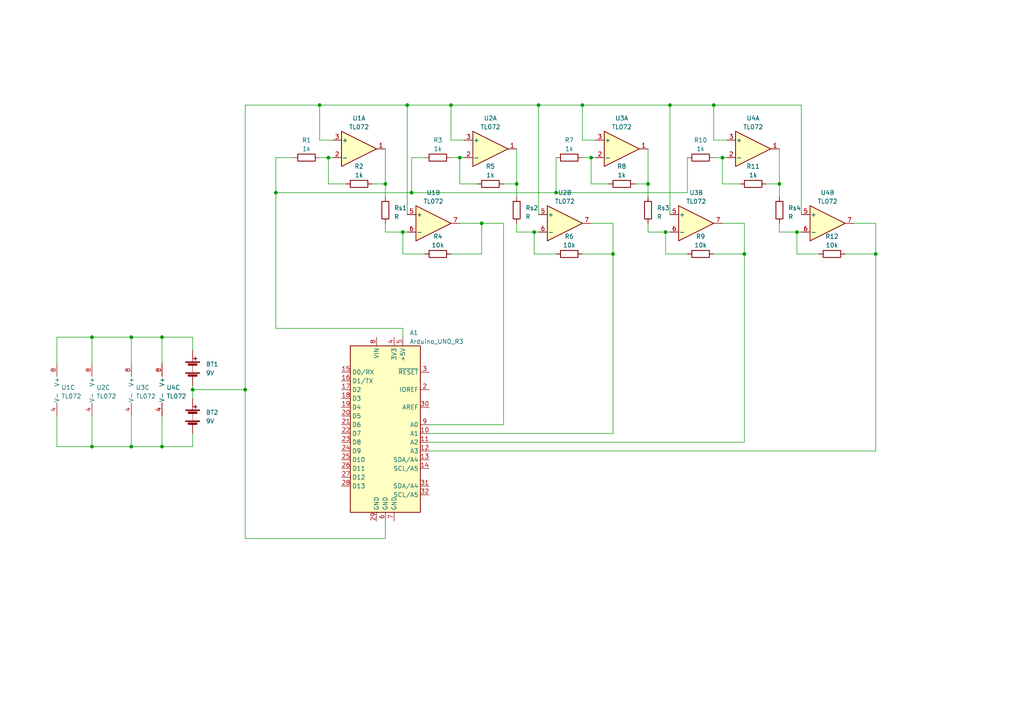
<source format=kicad_sch>
(kicad_sch (version 20230121) (generator eeschema)
  (paper "A4")
  (lib_symbols
    (symbol "Amplifier_Operational:TL072" (pin_names (offset 0.127))
      (property "Reference" "U" (at 0 5.08 0))
      (property "Value" "TL072" (at 0 -5.08 0))
      (symbol "TL072_1_1"
        (polyline (pts (xy -5.08 5.08) (xy 5.08 0) (xy -5.08 -5.08) (xy -5.08 5.08)) (stroke (width 0.254)) (fill (type background)))
        (pin output line (at 7.62 0 180) (length 2.54) (name "~") (number "1"))
        (pin input line (at -7.62 -2.54 0) (length 2.54) (name "-") (number "2"))
        (pin input line (at -7.62 2.54 0) (length 2.54) (name "+") (number "3"))
      )
      (symbol "TL072_2_1"
        (polyline (pts (xy -5.08 5.08) (xy 5.08 0) (xy -5.08 -5.08) (xy -5.08 5.08)) (stroke (width 0.254)) (fill (type background)))
        (pin input line (at -7.62 2.54 0) (length 2.54) (name "+") (number "5"))
        (pin input line (at -7.62 -2.54 0) (length 2.54) (name "-") (number "6"))
        (pin output line (at 7.62 0 180) (length 2.54) (name "~") (number "7"))
      )
      (symbol "TL072_3_1"
        (pin power_in line (at -2.54 -7.62 90) (length 3.81) (name "V-") (number "4"))
        (pin power_in line (at -2.54 7.62 270) (length 3.81) (name "V+") (number "8"))
      )
    )
    (symbol "Device:Battery" (pin_numbers hide) (pin_names (offset 0) hide)
      (property "Reference" "BT" (at 2.54 2.54 0))
      (property "Value" "Battery" (at 2.54 0 0))
      (symbol "Battery_0_1"
        (rectangle (start -2.032 -1.397) (end 2.032 -1.651) (fill (type outline)))
        (rectangle (start -2.032 1.778) (end 2.032 1.524) (fill (type outline)))
        (rectangle (start -1.3208 -1.9812) (end 1.27 -2.4892) (fill (type outline)))
        (rectangle (start -1.3208 1.1938) (end 1.27 0.6858) (fill (type outline)))
        (polyline (pts (xy 0 -1.524) (xy 0 -1.27)))
        (polyline (pts (xy 0 -1.016) (xy 0 -0.762)))
        (polyline (pts (xy 0 -0.508) (xy 0 -0.254)))
        (polyline (pts (xy 0 0) (xy 0 0.254)))
        (polyline (pts (xy 0 0.508) (xy 0 0.762)))
        (polyline (pts (xy 0 1.778) (xy 0 2.54)))
        (polyline (pts (xy 0.254 2.667) (xy 1.27 2.667)) (stroke (width 0.254)))
        (polyline (pts (xy 0.762 3.175) (xy 0.762 2.159)) (stroke (width 0.254)))
      )
      (symbol "Battery_1_1"
        (pin passive line (at 0 5.08 270) (length 2.54) (name "+") (number "1"))
        (pin passive line (at 0 -5.08 90) (length 2.54) (name "-") (number "2"))
      )
    )
    (symbol "Device:R" (pin_numbers hide) (pin_names (offset 0))
      (property "Reference" "R" (at 2.032 0 90))
      (property "Value" "R" (at 0 0 90))
      (symbol "R_0_1"
        (rectangle (start -1.016 -2.54) (end 1.016 2.54) (stroke (width 0.254)))
      )
      (symbol "R_1_1"
        (pin passive line (at 0 3.81 270) (length 1.27) (name "~") (number "1"))
        (pin passive line (at 0 -3.81 90) (length 1.27) (name "~") (number "2"))
      )
    )
    (symbol "MCU_Module:Arduino_UNO_R3"
      (property "Reference" "A" (at -10.16 23.495 0))
      (property "Value" "Arduino_UNO_R3" (at 5.08 -26.67 0))
      (symbol "Arduino_UNO_R3_0_1"
        (rectangle (start -10.16 22.86) (end 10.16 -25.4) (stroke (width 0.254)) (fill (type background)))
      )
      (symbol "Arduino_UNO_R3_1_1"
        (pin no_connect line (at -10.16 -20.32 0) (length 2.54) hide (name "NC") (number "1"))
        (pin bidirectional line (at 12.7 -2.54 180) (length 2.54) (name "A1") (number "10"))
        (pin bidirectional line (at 12.7 -5.08 180) (length 2.54) (name "A2") (number "11"))
        (pin bidirectional line (at 12.7 -7.62 180) (length 2.54) (name "A3") (number "12"))
        (pin bidirectional line (at 12.7 -10.16 180) (length 2.54) (name "SDA/A4") (number "13"))
        (pin bidirectional line (at 12.7 -12.7 180) (length 2.54) (name "SCL/A5") (number "14"))
        (pin bidirectional line (at -12.7 15.24 0) (length 2.54) (name "D0/RX") (number "15"))
        (pin bidirectional line (at -12.7 12.7 0) (length 2.54) (name "D1/TX") (number "16"))
        (pin bidirectional line (at -12.7 10.16 0) (length 2.54) (name "D2") (number "17"))
        (pin bidirectional line (at -12.7 7.62 0) (length 2.54) (name "D3") (number "18"))
        (pin bidirectional line (at -12.7 5.08 0) (length 2.54) (name "D4") (number "19"))
        (pin output line (at 12.7 10.16 180) (length 2.54) (name "IOREF") (number "2"))
        (pin bidirectional line (at -12.7 2.54 0) (length 2.54) (name "D5") (number "20"))
        (pin bidirectional line (at -12.7 0 0) (length 2.54) (name "D6") (number "21"))
        (pin bidirectional line (at -12.7 -2.54 0) (length 2.54) (name "D7") (number "22"))
        (pin bidirectional line (at -12.7 -5.08 0) (length 2.54) (name "D8") (number "23"))
        (pin bidirectional line (at -12.7 -7.62 0) (length 2.54) (name "D9") (number "24"))
        (pin bidirectional line (at -12.7 -10.16 0) (length 2.54) (name "D10") (number "25"))
        (pin bidirectional line (at -12.7 -12.7 0) (length 2.54) (name "D11") (number "26"))
        (pin bidirectional line (at -12.7 -15.24 0) (length 2.54) (name "D12") (number "27"))
        (pin bidirectional line (at -12.7 -17.78 0) (length 2.54) (name "D13") (number "28"))
        (pin power_in line (at -2.54 -27.94 90) (length 2.54) (name "GND") (number "29"))
        (pin input line (at 12.7 15.24 180) (length 2.54) (name "~{RESET}") (number "3"))
        (pin input line (at 12.7 5.08 180) (length 2.54) (name "AREF") (number "30"))
        (pin bidirectional line (at 12.7 -17.78 180) (length 2.54) (name "SDA/A4") (number "31"))
        (pin bidirectional line (at 12.7 -20.32 180) (length 2.54) (name "SCL/A5") (number "32"))
        (pin power_out line (at 2.54 25.4 270) (length 2.54) (name "3V3") (number "4"))
        (pin power_out line (at 5.08 25.4 270) (length 2.54) (name "+5V") (number "5"))
        (pin power_in line (at 0 -27.94 90) (length 2.54) (name "GND") (number "6"))
        (pin power_in line (at 2.54 -27.94 90) (length 2.54) (name "GND") (number "7"))
        (pin power_in line (at -2.54 25.4 270) (length 2.54) (name "VIN") (number "8"))
        (pin bidirectional line (at 12.7 0 180) (length 2.54) (name "A0") (number "9"))
      )
    )
  )
  (junction (at 209.55 45.72))
  (junction (at 95.25 45.72))
  (junction (at 193.04 67.31))
  (junction (at 116.84 67.31))
  (junction (at 26.67 97.79))
  (junction (at 149.86 53.34))
  (junction (at 38.1 129.54))
  (junction (at 215.9 73.66))
  (junction (at 55.88 113.03))
  (junction (at 119.38 55.88))
  (junction (at 139.7 64.77))
  (junction (at 231.14 67.31))
  (junction (at 226.06 53.34))
  (junction (at 177.8 73.66))
  (junction (at 26.67 129.54))
  (junction (at 133.35 45.72))
  (junction (at 156.21 30.48))
  (junction (at 46.99 97.79))
  (junction (at 46.99 129.54))
  (junction (at 118.11 30.48))
  (junction (at 92.71 30.48))
  (junction (at 71.12 113.03))
  (junction (at 254 73.66))
  (junction (at 207.01 30.48))
  (junction (at 80.01 55.88))
  (junction (at 194.31 30.48))
  (junction (at 168.91 30.48))
  (junction (at 130.81 30.48))
  (junction (at 161.29 55.88))
  (junction (at 187.96 53.34))
  (junction (at 111.76 53.34))
  (junction (at 38.1 97.79))
  (junction (at 154.94 67.31))
  (junction (at 171.45 45.72))
  (wire (pts (xy 146.05 64.77) (xy 146.05 123.19)))
  (wire (pts (xy 130.81 30.48) (xy 156.21 30.48)))
  (wire (pts (xy 111.76 43.18) (xy 111.76 53.34)))
  (wire (pts (xy 187.96 53.34) (xy 187.96 57.15)))
  (wire (pts (xy 199.39 45.72) (xy 199.39 55.88)))
  (wire (pts (xy 26.67 97.79) (xy 26.67 105.41)))
  (wire (pts (xy 55.88 125.73) (xy 55.88 129.54)))
  (wire (pts (xy 46.99 97.79) (xy 55.88 97.79)))
  (wire (pts (xy 247.65 64.77) (xy 254 64.77)))
  (wire (pts (xy 161.29 45.72) (xy 161.29 55.88)))
  (wire (pts (xy 124.46 125.73) (xy 177.8 125.73)))
  (wire (pts (xy 80.01 95.25) (xy 116.84 95.25)))
  (wire (pts (xy 146.05 53.34) (xy 149.86 53.34)))
  (wire (pts (xy 149.86 53.34) (xy 149.86 57.15)))
  (wire (pts (xy 209.55 45.72) (xy 209.55 53.34)))
  (wire (pts (xy 71.12 156.21) (xy 111.76 156.21)))
  (wire (pts (xy 111.76 151.13) (xy 111.76 156.21)))
  (wire (pts (xy 156.21 30.48) (xy 168.91 30.48)))
  (wire (pts (xy 46.99 97.79) (xy 46.99 105.41)))
  (wire (pts (xy 38.1 129.54) (xy 46.99 129.54)))
  (wire (pts (xy 171.45 45.72) (xy 172.72 45.72)))
  (wire (pts (xy 133.35 45.72) (xy 134.62 45.72)))
  (wire (pts (xy 100.33 53.34) (xy 95.25 53.34)))
  (wire (pts (xy 133.35 64.77) (xy 139.7 64.77)))
  (wire (pts (xy 222.25 53.34) (xy 226.06 53.34)))
  (wire (pts (xy 116.84 95.25) (xy 116.84 97.79)))
  (wire (pts (xy 138.43 53.34) (xy 133.35 53.34)))
  (wire (pts (xy 149.86 43.18) (xy 149.86 53.34)))
  (wire (pts (xy 16.51 120.65) (xy 16.51 129.54)))
  (wire (pts (xy 92.71 45.72) (xy 95.25 45.72)))
  (wire (pts (xy 46.99 129.54) (xy 55.88 129.54)))
  (wire (pts (xy 207.01 73.66) (xy 215.9 73.66)))
  (wire (pts (xy 123.19 45.72) (xy 119.38 45.72)))
  (wire (pts (xy 245.11 73.66) (xy 254 73.66)))
  (wire (pts (xy 193.04 67.31) (xy 194.31 67.31)))
  (wire (pts (xy 16.51 105.41) (xy 16.51 97.79)))
  (wire (pts (xy 118.11 30.48) (xy 130.81 30.48)))
  (wire (pts (xy 154.94 73.66) (xy 154.94 67.31)))
  (wire (pts (xy 149.86 67.31) (xy 154.94 67.31)))
  (wire (pts (xy 116.84 73.66) (xy 116.84 67.31)))
  (wire (pts (xy 71.12 156.21) (xy 71.12 113.03)))
  (wire (pts (xy 119.38 55.88) (xy 80.01 55.88)))
  (wire (pts (xy 130.81 30.48) (xy 130.81 40.64)))
  (wire (pts (xy 187.96 64.77) (xy 187.96 67.31)))
  (wire (pts (xy 231.14 73.66) (xy 231.14 67.31)))
  (wire (pts (xy 123.19 73.66) (xy 116.84 73.66)))
  (wire (pts (xy 119.38 45.72) (xy 119.38 55.88)))
  (wire (pts (xy 26.67 129.54) (xy 38.1 129.54)))
  (wire (pts (xy 146.05 123.19) (xy 124.46 123.19)))
  (wire (pts (xy 168.91 45.72) (xy 171.45 45.72)))
  (wire (pts (xy 226.06 43.18) (xy 226.06 53.34)))
  (wire (pts (xy 38.1 97.79) (xy 46.99 97.79)))
  (wire (pts (xy 55.88 111.76) (xy 55.88 113.03)))
  (wire (pts (xy 116.84 67.31) (xy 118.11 67.31)))
  (wire (pts (xy 133.35 45.72) (xy 133.35 53.34)))
  (wire (pts (xy 176.53 53.34) (xy 171.45 53.34)))
  (wire (pts (xy 161.29 55.88) (xy 119.38 55.88)))
  (wire (pts (xy 130.81 73.66) (xy 139.7 73.66)))
  (wire (pts (xy 95.25 45.72) (xy 95.25 53.34)))
  (wire (pts (xy 172.72 40.64) (xy 168.91 40.64)))
  (wire (pts (xy 187.96 67.31) (xy 193.04 67.31)))
  (wire (pts (xy 237.49 73.66) (xy 231.14 73.66)))
  (wire (pts (xy 111.76 64.77) (xy 111.76 67.31)))
  (wire (pts (xy 199.39 55.88) (xy 161.29 55.88)))
  (wire (pts (xy 171.45 64.77) (xy 177.8 64.77)))
  (wire (pts (xy 134.62 40.64) (xy 130.81 40.64)))
  (wire (pts (xy 232.41 30.48) (xy 232.41 62.23)))
  (wire (pts (xy 214.63 53.34) (xy 209.55 53.34)))
  (wire (pts (xy 231.14 67.31) (xy 232.41 67.31)))
  (wire (pts (xy 95.25 45.72) (xy 96.52 45.72)))
  (wire (pts (xy 55.88 101.6) (xy 55.88 97.79)))
  (wire (pts (xy 168.91 30.48) (xy 168.91 40.64)))
  (wire (pts (xy 177.8 125.73) (xy 177.8 73.66)))
  (wire (pts (xy 194.31 30.48) (xy 207.01 30.48)))
  (wire (pts (xy 209.55 45.72) (xy 210.82 45.72)))
  (wire (pts (xy 71.12 30.48) (xy 71.12 113.03)))
  (wire (pts (xy 215.9 64.77) (xy 215.9 73.66)))
  (wire (pts (xy 139.7 64.77) (xy 146.05 64.77)))
  (wire (pts (xy 210.82 40.64) (xy 207.01 40.64)))
  (wire (pts (xy 71.12 30.48) (xy 92.71 30.48)))
  (wire (pts (xy 254 64.77) (xy 254 73.66)))
  (wire (pts (xy 92.71 30.48) (xy 118.11 30.48)))
  (wire (pts (xy 80.01 55.88) (xy 80.01 95.25)))
  (wire (pts (xy 207.01 30.48) (xy 232.41 30.48)))
  (wire (pts (xy 16.51 97.79) (xy 26.67 97.79)))
  (wire (pts (xy 96.52 40.64) (xy 92.71 40.64)))
  (wire (pts (xy 171.45 45.72) (xy 171.45 53.34)))
  (wire (pts (xy 124.46 128.27) (xy 215.9 128.27)))
  (wire (pts (xy 38.1 97.79) (xy 38.1 105.41)))
  (wire (pts (xy 80.01 45.72) (xy 80.01 55.88)))
  (wire (pts (xy 168.91 30.48) (xy 194.31 30.48)))
  (wire (pts (xy 177.8 64.77) (xy 177.8 73.66)))
  (wire (pts (xy 207.01 30.48) (xy 207.01 40.64)))
  (wire (pts (xy 254 130.81) (xy 254 73.66)))
  (wire (pts (xy 168.91 73.66) (xy 177.8 73.66)))
  (wire (pts (xy 26.67 97.79) (xy 38.1 97.79)))
  (wire (pts (xy 118.11 30.48) (xy 118.11 62.23)))
  (wire (pts (xy 194.31 30.48) (xy 194.31 62.23)))
  (wire (pts (xy 209.55 64.77) (xy 215.9 64.77)))
  (wire (pts (xy 124.46 130.81) (xy 254 130.81)))
  (wire (pts (xy 92.71 30.48) (xy 92.71 40.64)))
  (wire (pts (xy 154.94 67.31) (xy 156.21 67.31)))
  (wire (pts (xy 46.99 120.65) (xy 46.99 129.54)))
  (wire (pts (xy 199.39 73.66) (xy 193.04 73.66)))
  (wire (pts (xy 184.15 53.34) (xy 187.96 53.34)))
  (wire (pts (xy 207.01 45.72) (xy 209.55 45.72)))
  (wire (pts (xy 193.04 73.66) (xy 193.04 67.31)))
  (wire (pts (xy 130.81 45.72) (xy 133.35 45.72)))
  (wire (pts (xy 16.51 129.54) (xy 26.67 129.54)))
  (wire (pts (xy 161.29 73.66) (xy 154.94 73.66)))
  (wire (pts (xy 111.76 67.31) (xy 116.84 67.31)))
  (wire (pts (xy 111.76 53.34) (xy 111.76 57.15)))
  (wire (pts (xy 215.9 128.27) (xy 215.9 73.66)))
  (wire (pts (xy 55.88 113.03) (xy 55.88 115.57)))
  (wire (pts (xy 71.12 113.03) (xy 55.88 113.03)))
  (wire (pts (xy 187.96 43.18) (xy 187.96 53.34)))
  (wire (pts (xy 226.06 64.77) (xy 226.06 67.31)))
  (wire (pts (xy 26.67 120.65) (xy 26.67 129.54)))
  (wire (pts (xy 226.06 67.31) (xy 231.14 67.31)))
  (wire (pts (xy 107.95 53.34) (xy 111.76 53.34)))
  (wire (pts (xy 149.86 64.77) (xy 149.86 67.31)))
  (wire (pts (xy 139.7 64.77) (xy 139.7 73.66)))
  (wire (pts (xy 38.1 120.65) (xy 38.1 129.54)))
  (wire (pts (xy 156.21 30.48) (xy 156.21 62.23)))
  (wire (pts (xy 226.06 53.34) (xy 226.06 57.15)))
  (wire (pts (xy 85.09 45.72) (xy 80.01 45.72)))
  (symbol (lib_id "Amplifier_Operational:TL072") (at 29.21 113.03 0) (unit 3)
    (property "Reference" "U2" (at 27.94 112.395 0) (effects (justify left)))
    (property "Value" "TL072" (at 27.94 114.935 0) (effects (justify left)))
    (property "Footprint" "Package_DIP:DIP-8_W7.62mm" (effects hide))
    (property "Datasheet" "http://www.ti.com/lit/ds/symlink/tl071.pdf" (effects hide))
  )
  (symbol (lib_id "Amplifier_Operational:TL072") (at 201.93 64.77 0) (unit 2)
    (property "Reference" "U3" (at 201.93 55.88 0))
    (property "Value" "TL072" (at 201.93 58.42 0))
    (property "Footprint" "Package_DIP:DIP-8_W7.62mm" (effects hide))
    (property "Datasheet" "http://www.ti.com/lit/ds/symlink/tl071.pdf" (effects hide))
  )
  (symbol (lib_id "Device:R") (at 226.06 60.96 180) (unit 1)
    (property "Reference" "Rs4" (at 228.6 60.325 0) (effects (justify right)))
    (property "Value" "R" (at 228.6 62.865 0) (effects (justify right)))
    (property "Footprint" "Diode_THT:D_DO-15_P2.54mm_Vertical_AnodeUp" (effects hide))
  )
  (symbol (lib_id "Device:R") (at 165.1 73.66 90) (unit 1)
    (property "Reference" "R6" (at 165.1 68.58 90))
    (property "Value" "10k" (at 165.1 71.12 90))
    (property "Footprint" "Resistor_THT:R_Axial_DIN0207_L6.3mm_D2.5mm_P7.62mm_Horizontal" (effects hide))
  )
  (symbol (lib_id "Device:R") (at 218.44 53.34 90) (unit 1)
    (property "Reference" "R11" (at 218.44 48.26 90))
    (property "Value" "1k" (at 218.44 50.8 90))
    (property "Footprint" "Resistor_THT:R_Axial_DIN0207_L6.3mm_D2.5mm_P7.62mm_Horizontal" (effects hide))
  )
  (symbol (lib_id "Device:Battery") (at 55.88 120.65 0) (unit 1)
    (property "Reference" "BT2" (at 59.69 119.634 0) (effects (justify left)))
    (property "Value" "9V" (at 59.69 122.174 0) (effects (justify left)))
    (property "Footprint" "Battery:BatteryHolder_Eagle_12BH611-GR" (effects hide))
  )
  (symbol (lib_id "Device:R") (at 127 45.72 90) (unit 1)
    (property "Reference" "R3" (at 127 40.64 90))
    (property "Value" "1k" (at 127 43.18 90))
    (property "Footprint" "Resistor_THT:R_Axial_DIN0207_L6.3mm_D2.5mm_P7.62mm_Horizontal" (effects hide))
  )
  (symbol (lib_id "Device:R") (at 104.14 53.34 90) (unit 1)
    (property "Reference" "R2" (at 104.14 48.26 90))
    (property "Value" "1k" (at 104.14 50.8 90))
    (property "Footprint" "Resistor_THT:R_Axial_DIN0207_L6.3mm_D2.5mm_P7.62mm_Horizontal" (effects hide))
  )
  (symbol (lib_id "Device:R") (at 165.1 45.72 90) (unit 1)
    (property "Reference" "R7" (at 165.1 40.64 90))
    (property "Value" "1k" (at 165.1 43.18 90))
    (property "Footprint" "Resistor_THT:R_Axial_DIN0207_L6.3mm_D2.5mm_P7.62mm_Horizontal" (effects hide))
  )
  (symbol (lib_id "Device:Battery") (at 55.88 106.68 0) (unit 1)
    (property "Reference" "BT1" (at 59.69 105.664 0) (effects (justify left)))
    (property "Value" "9V" (at 59.69 108.204 0) (effects (justify left)))
    (property "Footprint" "Battery:BatteryHolder_Eagle_12BH611-GR" (effects hide))
  )
  (symbol (lib_id "Device:R") (at 127 73.66 90) (unit 1)
    (property "Reference" "R4" (at 127 68.58 90))
    (property "Value" "10k" (at 127 71.12 90))
    (property "Footprint" "Resistor_THT:R_Axial_DIN0207_L6.3mm_D2.5mm_P7.62mm_Horizontal" (effects hide))
  )
  (symbol (lib_id "Amplifier_Operational:TL072") (at 104.14 43.18 0) (unit 1)
    (property "Reference" "U1" (at 104.14 34.29 0))
    (property "Value" "TL072" (at 104.14 36.83 0))
    (property "Footprint" "Package_DIP:DIP-8_W7.62mm" (effects hide))
    (property "Datasheet" "http://www.ti.com/lit/ds/symlink/tl071.pdf" (effects hide))
  )
  (symbol (lib_id "Device:R") (at 88.9 45.72 90) (unit 1)
    (property "Reference" "R1" (at 88.9 40.64 90))
    (property "Value" "1k" (at 88.9 43.18 90))
    (property "Footprint" "Resistor_THT:R_Axial_DIN0207_L6.3mm_D2.5mm_P7.62mm_Horizontal" (effects hide))
  )
  (symbol (lib_id "Device:R") (at 187.96 60.96 180) (unit 1)
    (property "Reference" "Rs3" (at 190.5 60.325 0) (effects (justify right)))
    (property "Value" "R" (at 190.5 62.865 0) (effects (justify right)))
    (property "Footprint" "Diode_THT:D_DO-15_P2.54mm_Vertical_AnodeUp" (effects hide))
  )
  (symbol (lib_id "Device:R") (at 203.2 45.72 90) (unit 1)
    (property "Reference" "R10" (at 203.2 40.64 90))
    (property "Value" "1k" (at 203.2 43.18 90))
    (property "Footprint" "Resistor_THT:R_Axial_DIN0207_L6.3mm_D2.5mm_P7.62mm_Horizontal" (effects hide))
  )
  (symbol (lib_id "Device:R") (at 180.34 53.34 90) (unit 1)
    (property "Reference" "R8" (at 180.34 48.26 90))
    (property "Value" "1k" (at 180.34 50.8 90))
    (property "Footprint" "Resistor_THT:R_Axial_DIN0207_L6.3mm_D2.5mm_P7.62mm_Horizontal" (effects hide))
  )
  (symbol (lib_id "Device:R") (at 241.3 73.66 90) (unit 1)
    (property "Reference" "R12" (at 241.3 68.58 90))
    (property "Value" "10k" (at 241.3 71.12 90))
    (property "Footprint" "Resistor_THT:R_Axial_DIN0207_L6.3mm_D2.5mm_P7.62mm_Horizontal" (effects hide))
  )
  (symbol (lib_id "Amplifier_Operational:TL072") (at 163.83 64.77 0) (unit 2)
    (property "Reference" "U2" (at 163.83 55.88 0))
    (property "Value" "TL072" (at 163.83 58.42 0))
    (property "Footprint" "Package_DIP:DIP-8_W7.62mm" (effects hide))
    (property "Datasheet" "http://www.ti.com/lit/ds/symlink/tl071.pdf" (effects hide))
  )
  (symbol (lib_id "Amplifier_Operational:TL072") (at 40.64 113.03 0) (unit 3)
    (property "Reference" "U3" (at 39.37 112.395 0) (effects (justify left)))
    (property "Value" "TL072" (at 39.37 114.935 0) (effects (justify left)))
    (property "Footprint" "Package_DIP:DIP-8_W7.62mm" (effects hide))
    (property "Datasheet" "http://www.ti.com/lit/ds/symlink/tl071.pdf" (effects hide))
  )
  (symbol (lib_id "Amplifier_Operational:TL072") (at 142.24 43.18 0) (unit 1)
    (property "Reference" "U2" (at 142.24 34.29 0))
    (property "Value" "TL072" (at 142.24 36.83 0))
    (property "Footprint" "Package_DIP:DIP-8_W7.62mm" (effects hide))
    (property "Datasheet" "http://www.ti.com/lit/ds/symlink/tl071.pdf" (effects hide))
  )
  (symbol (lib_id "Amplifier_Operational:TL072") (at 49.53 113.03 0) (unit 3)
    (property "Reference" "U4" (at 48.26 112.395 0) (effects (justify left)))
    (property "Value" "TL072" (at 48.26 114.935 0) (effects (justify left)))
    (property "Footprint" "Package_DIP:DIP-8_W7.62mm" (effects hide))
    (property "Datasheet" "http://www.ti.com/lit/ds/symlink/tl071.pdf" (effects hide))
  )
  (symbol (lib_id "MCU_Module:Arduino_UNO_R3") (at 111.76 123.19 0) (unit 1)
    (property "Reference" "A1" (at 118.7959 96.52 0) (effects (justify left)))
    (property "Value" "Arduino_UNO_R3" (at 118.7959 99.06 0) (effects (justify left)))
    (property "Footprint" "Module:Arduino_UNO_R3" (effects hide))
    (property "Datasheet" "https://www.arduino.cc/en/Main/arduinoBoardUno" (effects hide))
  )
  (symbol (lib_id "Amplifier_Operational:TL072") (at 125.73 64.77 0) (unit 2)
    (property "Reference" "U1" (at 125.73 55.88 0))
    (property "Value" "TL072" (at 125.73 58.42 0))
    (property "Footprint" "Package_DIP:DIP-8_W7.62mm" (effects hide))
    (property "Datasheet" "http://www.ti.com/lit/ds/symlink/tl071.pdf" (effects hide))
  )
  (symbol (lib_id "Amplifier_Operational:TL072") (at 19.05 113.03 0) (unit 3)
    (property "Reference" "U1" (at 17.78 112.395 0) (effects (justify left)))
    (property "Value" "TL072" (at 17.78 114.935 0) (effects (justify left)))
    (property "Footprint" "Package_DIP:DIP-8_W7.62mm" (effects hide))
    (property "Datasheet" "http://www.ti.com/lit/ds/symlink/tl071.pdf" (effects hide))
  )
  (symbol (lib_id "Device:R") (at 142.24 53.34 90) (unit 1)
    (property "Reference" "R5" (at 142.24 48.26 90))
    (property "Value" "1k" (at 142.24 50.8 90))
    (property "Footprint" "Resistor_THT:R_Axial_DIN0207_L6.3mm_D2.5mm_P7.62mm_Horizontal" (effects hide))
  )
  (symbol (lib_id "Amplifier_Operational:TL072") (at 218.44 43.18 0) (unit 1)
    (property "Reference" "U4" (at 218.44 34.29 0))
    (property "Value" "TL072" (at 218.44 36.83 0))
    (property "Footprint" "Package_DIP:DIP-8_W7.62mm" (effects hide))
    (property "Datasheet" "http://www.ti.com/lit/ds/symlink/tl071.pdf" (effects hide))
  )
  (symbol (lib_id "Device:R") (at 203.2 73.66 90) (unit 1)
    (property "Reference" "R9" (at 203.2 68.58 90))
    (property "Value" "10k" (at 203.2 71.12 90))
    (property "Footprint" "Resistor_THT:R_Axial_DIN0207_L6.3mm_D2.5mm_P7.62mm_Horizontal" (effects hide))
  )
  (symbol (lib_id "Amplifier_Operational:TL072") (at 180.34 43.18 0) (unit 1)
    (property "Reference" "U3" (at 180.34 34.29 0))
    (property "Value" "TL072" (at 180.34 36.83 0))
    (property "Footprint" "Package_DIP:DIP-8_W7.62mm" (effects hide))
    (property "Datasheet" "http://www.ti.com/lit/ds/symlink/tl071.pdf" (effects hide))
  )
  (symbol (lib_id "Device:R") (at 149.86 60.96 180) (unit 1)
    (property "Reference" "Rs2" (at 152.4 60.325 0) (effects (justify right)))
    (property "Value" "R" (at 152.4 62.865 0) (effects (justify right)))
    (property "Footprint" "Diode_THT:D_DO-15_P2.54mm_Vertical_AnodeUp" (effects hide))
  )
  (symbol (lib_id "Amplifier_Operational:TL072") (at 240.03 64.77 0) (unit 2)
    (property "Reference" "U4" (at 240.03 55.88 0))
    (property "Value" "TL072" (at 240.03 58.42 0))
    (property "Footprint" "Package_DIP:DIP-8_W7.62mm" (effects hide))
    (property "Datasheet" "http://www.ti.com/lit/ds/symlink/tl071.pdf" (effects hide))
  )
  (symbol (lib_id "Device:R") (at 111.76 60.96 180) (unit 1)
    (property "Reference" "Rs1" (at 114.3 60.325 0) (effects (justify right)))
    (property "Value" "R" (at 114.3 62.865 0) (effects (justify right)))
    (property "Footprint" "Diode_THT:D_DO-15_P2.54mm_Vertical_AnodeUp" (effects hide))
  )
)
</source>
